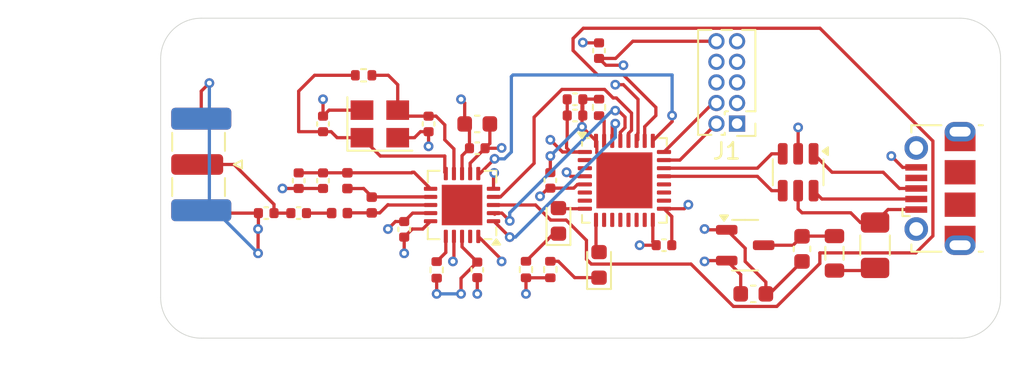
<source format=kicad_pcb>
(kicad_pcb (version 20240108) (generator "pcbnew") (generator_version "8.0")
  (layers (0 "F.Cu" signal) (1 "In1.Cu" power) (2 "In2.Cu" power) (31 "B.Cu" signal) (34 "B.Paste" user) (35 "F.Paste" user) (36 "B.SilkS" user "B.Silkscreen") (37 "F.SilkS" user "F.Silkscreen") (38 "B.Mask" user) (39 "F.Mask" user) (44 "Edge.Cuts" user))
  (net 0 "")
  (net 1 "GND")
  (net 2 "+3.3V")
  (net 3 "Net-(U2-VI)")
  (net 4 "+3V3")
  (net 5 "NRST")
  (net 6 "Net-(U4-DVDD)")
  (net 7 "NRF_XC1")
  (net 8 "NRF_XC2")
  (net 9 "Net-(J3-In)")
  (net 10 "Net-(C15-Pad1)")
  (net 11 "NRF_VDD_PA")
  (net 12 "Net-(D1-A)")
  (net 13 "Net-(D1-K)")
  (net 14 "Net-(D2-A)")
  (net 15 "Net-(D2-K)")
  (net 16 "Net-(F1-Pad2)")
  (net 17 "+5V")
  (net 18 "SWCLK")
  (net 21 "SWDIO")
  (net 28 "USB_CONN_D+")
  (net 31 "USB_CONN_D-")
  (net 34 "NRF_ANT2")
  (net 35 "NRF_ANT1")
  (net 36 "Net-(U1-PH3)")
  (net 37 "Net-(U4-IREF)")
  (net 42 "NRF_IRQ")
  (net 43 "SPI3_!CS")
  (net 45 "SPI3_MISO")
  (net 46 "NRF_CE")
  (net 47 "SPI3_MOSI")
  (net 51 "SPI3_SCK")
  (net 55 "USB_D+")
  (net 58 "USB_D-")
  (footprint "Inductor_SMD:L_0402_1005Metric" (layer "F.Cu") (at 106.5 98.02 90)
    (property "Reference" "L2")
    (property "Value" "8n2")
    (pad "1" smd roundrect (at -0.485 0 90) (size 0.59 0.64) (layers "F.Cu" "F.Paste" "F.Mask") (net 34 "NRF_ANT2"))
    (pad "2" smd roundrect (at 0.485 0 90) (size 0.59 0.64) (layers "F.Cu" "F.Paste" "F.Mask") (net 35 "NRF_ANT1"))
  )
  (footprint "Capacitor_SMD:C_0402_1005Metric" (layer "F.Cu") (at 124.5 100.5 180)
    (property "Reference" "C4")
    (property "Value" "100n")
    (pad "1" smd roundrect (at -0.48 0 180) (size 0.56 0.62) (layers "F.Cu" "F.Paste" "F.Mask") (net 2 "+3.3V"))
    (pad "2" smd roundrect (at 0.48 0 180) (size 0.56 0.62) (layers "F.Cu" "F.Paste" "F.Mask") (net 1 "GND"))
  )
  (footprint "Capacitor_SMD:C_0603_1608Metric" (layer "F.Cu") (at 113 93.02 180)
    (property "Reference" "C11")
    (property "Value" "10u")
    (pad "1" smd roundrect (at -0.775 0 180) (size 0.9 0.95) (layers "F.Cu" "F.Paste" "F.Mask") (net 4 "+3V3"))
    (pad "2" smd roundrect (at 0.775 0 180) (size 0.9 0.95) (layers "F.Cu" "F.Paste" "F.Mask") (net 1 "GND"))
  )
  (footprint "Connector_Coaxial:SMA_Samtec_SMA-J-P-H-ST-EM1_EdgeMount" (layer "F.Cu") (at 95.75 95.52 180)
    (property "Reference" "J3")
    (property "Value" "SMA")
    (pad "1" smd roundrect (at 0 0 270) (size 1.27 3.2) (layers "F.Cu" "F.Mask") (roundrect_rratio 0.1968503937) (net 9 "Net-(J3-In)"))
    (pad "2" smd roundrect (at -0.25 -2.825 270) (size 1.35 3.7) (layers "F.Cu" "F.Mask") (roundrect_rratio 0.1851851852) (net 1 "GND"))
    (pad "2" smd roundrect (at -0.25 -2.825 270) (size 1.35 3.7) (layers "B.Cu" "B.Mask") (roundrect_rratio 0.1851851852) (net 1 "GND"))
    (pad "2" smd roundrect (at -0.25 2.825 270) (size 1.35 3.7) (layers "F.Cu" "F.Mask") (roundrect_rratio 0.1851851852) (net 1 "GND"))
    (pad "2" smd roundrect (at -0.25 2.825 270) (size 1.35 3.7) (layers "B.Cu" "B.Mask") (roundrect_rratio 0.1851851852) (net 1 "GND"))
  )
  (footprint "Capacitor_SMD:C_0402_1005Metric" (layer "F.Cu") (at 100 98.52)
    (property "Reference" "C16")
    (property "Value" "1p")
    (pad "1" smd roundrect (at -0.48 0) (size 0.56 0.62) (layers "F.Cu" "F.Paste" "F.Mask") (net 1 "GND"))
    (pad "2" smd roundrect (at 0.48 0) (size 0.56 0.62) (layers "F.Cu" "F.Paste" "F.Mask") (net 9 "Net-(J3-In)"))
  )
  (footprint "Inductor_SMD:L_0805_2012Metric" (layer "F.Cu") (at 135 101 90)
    (property "Reference" "FB1")
    (property "Value" "100@100MHz")
    (pad "1" smd roundrect (at -1.0625 0 90) (size 0.875 1.2) (layers "F.Cu" "F.Paste" "F.Mask") (net 16 "Net-(F1-Pad2)"))
    (pad "2" smd roundrect (at 1.0625 0 90) (size 0.875 1.2) (layers "F.Cu" "F.Paste" "F.Mask") (net 3 "Net-(U2-VI)"))
  )
  (footprint "Resistor_SMD:R_0402_1005Metric" (layer "F.Cu") (at 110.5 102.02 90)
    (property "Reference" "R4")
    (property "Value" "22K")
    (pad "1" smd roundrect (at -0.51 0 90) (size 0.54 0.64) (layers "F.Cu" "F.Paste" "F.Mask") (net 4 "+3V3"))
    (pad "2" smd roundrect (at 0.51 0 90) (size 0.54 0.64) (layers "F.Cu" "F.Paste" "F.Mask") (net 37 "Net-(U4-IREF)"))
  )
  (footprint "Capacitor_SMD:C_0402_1005Metric" (layer "F.Cu") (at 113 102.02 -90)
    (property "Reference" "C9")
    (property "Value" "10n")
    (pad "1" smd roundrect (at -0.48 0 270) (size 0.56 0.62) (layers "F.Cu" "F.Paste" "F.Mask") (net 4 "+3V3"))
    (pad "2" smd roundrect (at 0.48 0 270) (size 0.56 0.62) (layers "F.Cu" "F.Paste" "F.Mask") (net 1 "GND"))
  )
  (footprint "Capacitor_SMD:C_0402_1005Metric" (layer "F.Cu") (at 119.02 91.5)
    (property "Reference" "C1")
    (property "Value" "1u")
    (pad "1" smd roundrect (at -0.48 0) (size 0.56 0.62) (layers "F.Cu" "F.Paste" "F.Mask") (net 2 "+3.3V"))
    (pad "2" smd roundrect (at 0.48 0) (size 0.56 0.62) (layers "F.Cu" "F.Paste" "F.Mask") (net 1 "GND"))
  )
  (footprint "Crystal:Crystal_SMD_3225-4Pin_3.2x2.5mm" (layer "F.Cu") (at 107 93.02)
    (property "Reference" "Y1")
    (property "Value" "16MHz")
    (pad "1" smd rect (at -1.1 0.85) (size 1.4 1.2) (layers "F.Cu" "F.Paste" "F.Mask") (net 7 "NRF_XC1"))
    (pad "2" smd rect (at 1.1 0.85) (size 1.4 1.2) (layers "F.Cu" "F.Paste" "F.Mask") (net 1 "GND"))
    (pad "3" smd rect (at 1.1 -0.85) (size 1.4 1.2) (layers "F.Cu" "F.Paste" "F.Mask") (net 8 "NRF_XC2"))
    (pad "4" smd rect (at -1.1 -0.85) (size 1.4 1.2) (layers "F.Cu" "F.Paste" "F.Mask") (net 1 "GND"))
  )
  (footprint "Inductor_SMD:L_0402_1005Metric" (layer "F.Cu") (at 105 96.52 90)
    (property "Reference" "L3")
    (property "Value" "2n7")
    (pad "1" smd roundrect (at -0.485 0 90) (size 0.59 0.64) (layers "F.Cu" "F.Paste" "F.Mask") (net 35 "NRF_ANT1"))
    (pad "2" smd roundrect (at 0.485 0 90) (size 0.59 0.64) (layers "F.Cu" "F.Paste" "F.Mask") (net 11 "NRF_VDD_PA"))
  )
  (footprint "Capacitor_SMD:C_0603_1608Metric" (layer "F.Cu") (at 130 103.5)
    (property "Reference" "C6")
    (property "Value" "10u")
    (pad "1" smd roundrect (at -0.775 0) (size 0.9 0.95) (layers "F.Cu" "F.Paste" "F.Mask") (net 4 "+3V3"))
    (pad "2" smd roundrect (at 0.775 0) (size 0.9 0.95) (layers "F.Cu" "F.Paste" "F.Mask") (net 1 "GND"))
  )
  (footprint "Capacitor_SMD:C_0402_1005Metric" (layer "F.Cu") (at 113 94.52 180)
    (property "Reference" "C10")
    (property "Value" "10n")
    (pad "1" smd roundrect (at -0.48 0 180) (size 0.56 0.62) (layers "F.Cu" "F.Paste" "F.Mask") (net 4 "+3V3"))
    (pad "2" smd roundrect (at 0.48 0 180) (size 0.56 0.62) (layers "F.Cu" "F.Paste" "F.Mask") (net 1 "GND"))
  )
  (footprint "Connector_USB:USB_Micro-B_Molex-105017-0001" (layer "F.Cu") (at 141.5 97 90)
    (property "Reference" "J2")
    (property "Value" "USB_B_Micro")
    (pad "1" smd rect (at -1.3 -1.4625 90) (size 0.4 1.35) (layers "F.Cu" "F.Paste" "F.Mask") (net 17 "+5V"))
    (pad "2" smd rect (at -0.65 -1.4625 90) (size 0.4 1.35) (layers "F.Cu" "F.Paste" "F.Mask") (net 31 "USB_CONN_D-"))
    (pad "3" smd rect (at 0 -1.4625 90) (size 0.4 1.35) (layers "F.Cu" "F.Paste" "F.Mask") (net 28 "USB_CONN_D+"))
    (pad "4" smd rect (at 0.65 -1.4625 90) (size 0.4 1.35) (layers "F.Cu" "F.Paste" "F.Mask"))
    (pad "5" smd rect (at 1.3 -1.4625 90) (size 0.4 1.35) (layers "F.Cu" "F.Paste" "F.Mask") (net 1 "GND"))
    (pad "6" thru_hole oval (at -3.5 1.2375 270) (size 1.2 1.9) (drill oval 0.6 1.3) (layers "*.Cu" "*.Mask"))
    (pad "6" smd rect (at -2.9 1.2375 90) (size 1.2 1.9) (layers "F.Cu" "F.Mask"))
    (pad "6" thru_hole circle (at -2.5 -1.4625 90) (size 1.45 1.45) (drill 0.85) (layers "*.Cu" "*.Mask"))
    (pad "6" smd rect (at -1 1.2375 90) (size 1.5 1.9) (layers "F.Cu" "F.Paste" "F.Mask"))
    (pad "6" smd rect (at 1 1.2375 90) (size 1.5 1.9) (layers "F.Cu" "F.Paste" "F.Mask"))
    (pad "6" thru_hole circle (at 2.5 -1.4625 90) (size 1.45 1.45) (drill 0.85) (layers "*.Cu" "*.Mask"))
    (pad "6" smd rect (at 2.9 1.2375 90) (size 1.2 1.9) (layers "F.Cu" "F.Mask"))
    (pad "6" thru_hole oval (at 3.5 1.2375 90) (size 1.2 1.9) (drill oval 0.6 1.3) (layers "*.Cu" "*.Mask"))
  )
  (footprint "Resistor_SMD:R_0402_1005Metric" (layer "F.Cu") (at 117.5 102 -90)
    (property "Reference" "R2")
    (property "Value" "2k2")
    (pad "1" smd roundrect (at -0.51 0 270) (size 0.54 0.64) (layers "F.Cu" "F.Paste" "F.Mask") (net 13 "Net-(D1-K)"))
    (pad "2" smd roundrect (at 0.51 0 270) (size 0.54 0.64) (layers "F.Cu" "F.Paste" "F.Mask") (net 1 "GND"))
  )
  (footprint "Capacitor_SMD:C_0402_1005Metric" (layer "F.Cu") (at 120.5 88.5 90)
    (property "Reference" "C7")
    (property "Value" "100n")
    (pad "1" smd roundrect (at -0.48 0 90) (size 0.56 0.62) (layers "F.Cu" "F.Paste" "F.Mask") (net 5 "NRST"))
    (pad "2" smd roundrect (at 0.48 0 90) (size 0.56 0.62) (layers "F.Cu" "F.Paste" "F.Mask") (net 1 "GND"))
  )
  (footprint "Resistor_SMD:R_0402_1005Metric" (layer "F.Cu") (at 106 90.02)
    (property "Reference" "R5")
    (property "Value" "1M")
    (pad "1" smd roundrect (at -0.51 0) (size 0.54 0.64) (layers "F.Cu" "F.Paste" "F.Mask") (net 7 "NRF_XC1"))
    (pad "2" smd roundrect (at 0.51 0) (size 0.54 0.64) (layers "F.Cu" "F.Paste" "F.Mask") (net 8 "NRF_XC2"))
  )
  (footprint "Resistor_SMD:R_0402_1005Metric" (layer "F.Cu") (at 116 102 -90)
    (property "Reference" "R3")
    (property "Value" "2k2")
    (pad "1" smd roundrect (at -0.51 0 270) (size 0.54 0.64) (layers "F.Cu" "F.Paste" "F.Mask") (net 15 "Net-(D2-K)"))
    (pad "2" smd roundrect (at 0.51 0 270) (size 0.54 0.64) (layers "F.Cu" "F.Paste" "F.Mask") (net 1 "GND"))
  )
  (footprint "LED_SMD:LED_0603_1608Metric" (layer "F.Cu") (at 118 99 90)
    (property "Reference" "D2")
    (property "Value" "YE")
    (pad "1" smd roundrect (at -0.7875 0 90) (size 0.875 0.95) (layers "F.Cu" "F.Paste" "F.Mask") (net 15 "Net-(D2-K)"))
    (pad "2" smd roundrect (at 0.7875 0 90) (size 0.875 0.95) (layers "F.Cu" "F.Paste" "F.Mask") (net 14 "Net-(D2-A)"))
  )
  (footprint "Package_TO_SOT_SMD:SOT-23-6" (layer "F.Cu") (at 132.7625 96 -90)
    (property "Reference" "U3")
    (property "Value" "USBLC6-2SC6")
    (pad "1" smd roundrect (at -1.1375 -0.95 270) (size 1.325 0.6) (layers "F.Cu" "F.Paste" "F.Mask") (net 28 "USB_CONN_D+"))
    (pad "2" smd roundrect (at -1.1375 0 270) (size 1.325 0.6) (layers "F.Cu" "F.Paste" "F.Mask") (net 1 "GND"))
    (pad "3" smd roundrect (at -1.1375 0.95 270) (size 1.325 0.6) (layers "F.Cu" "F.Paste" "F.Mask") (net 55 "USB_D+"))
    (pad "4" smd roundrect (at 1.1375 0.95 270) (size 1.325 0.6) (layers "F.Cu" "F.Paste" "F.Mask") (net 58 "USB_D-"))
    (pad "5" smd roundrect (at 1.1375 0 270) (size 1.325 0.6) (layers "F.Cu" "F.Paste" "F.Mask") (net 17 "+5V"))
    (pad "6" smd roundrect (at 1.1375 -0.95 270) (size 1.325 0.6) (layers "F.Cu" "F.Paste" "F.Mask") (net 31 "USB_CONN_D-"))
  )
  (footprint "Capacitor_SMD:C_0402_1005Metric" (layer "F.Cu") (at 108.5 99.52 90)
    (property "Reference" "C8")
    (property "Value" "10n")
    (pad "1" smd roundrect (at -0.48 0 90) (size 0.56 0.62) (layers "F.Cu" "F.Paste" "F.Mask") (net 4 "+3V3"))
    (pad "2" smd roundrect (at 0.48 0 90) (size 0.56 0.62) (layers "F.Cu" "F.Paste" "F.Mask") (net 1 "GND"))
  )
  (footprint "LED_SMD:LED_0603_1608Metric" (layer "F.Cu") (at 120.5 101.7125 90)
    (property "Reference" "D1")
    (property "Value" "GR")
    (pad "1" smd roundrect (at -0.7875 0 90) (size 0.875 0.95) (layers "F.Cu" "F.Paste" "F.Mask") (net 13 "Net-(D1-K)"))
    (pad "2" smd roundrect (at 0.7875 0 90) (size 0.875 0.95) (layers "F.Cu" "F.Paste" "F.Mask") (net 12 "Net-(D1-A)"))
  )
  (footprint "Capacitor_SMD:C_0402_1005Metric" (layer "F.Cu") (at 117.5 96.5 90)
    (property "Reference" "C3")
    (property "Value" "100n")
    (pad "1" smd roundrect (at -0.48 0 90) (size 0.56 0.62) (layers "F.Cu" "F.Paste" "F.Mask") (net 2 "+3.3V"))
    (pad "2" smd roundrect (at 0.48 0 90) (size 0.56 0.62) (layers "F.Cu" "F.Paste" "F.Mask") (net 1 "GND"))
  )
  (footprint "Package_DFN_QFN:QFN-32-1EP_5x5mm_P0.5mm_EP3.45x3.45mm" (layer "F.Cu") (at 122.0625 96.5)
    (property "Reference" "U1")
    (property "Value" "STM32L432KBUx")
    (pad "1" smd roundrect (at -2.4375 -1.75) (size 0.875 0.25) (layers "F.Cu" "F.Paste" "F.Mask") (net 2 "+3.3V"))
    (pad "2" smd roundrect (at -2.4375 -1.25) (size 0.875 0.25) (layers "F.Cu" "F.Paste" "F.Mask"))
    (pad "3" smd roundrect (at -2.4375 -0.75) (size 0.875 0.25) (layers "F.Cu" "F.Paste" "F.Mask"))
    (pad "4" smd roundrect (at -2.4375 -0.25) (size 0.875 0.25) (layers "F.Cu" "F.Paste" "F.Mask") (net 5 "NRST"))
    (pad "5" smd roundrect (at -2.4375 0.25) (size 0.875 0.25) (layers "F.Cu" "F.Paste" "F.Mask") (net 2 "+3.3V"))
    (pad "6" smd roundrect (at -2.4375 0.75) (size 0.875 0.25) (layers "F.Cu" "F.Paste" "F.Mask"))
    (pad "7" smd roundrect (at -2.4375 1.25) (size 0.875 0.25) (layers "F.Cu" "F.Paste" "F.Mask"))
    (pad "8" smd roundrect (at -2.4375 1.75) (size 0.875 0.25) (layers "F.Cu" "F.Paste" "F.Mask") (net 14 "Net-(D2-A)"))
    (pad "9" smd roundrect (at -1.75 2.4375) (size 0.25 0.875) (layers "F.Cu" "F.Paste" "F.Mask") (net 12 "Net-(D1-A)"))
    (pad "10" smd roundrect (at -1.25 2.4375) (size 0.25 0.875) (layers "F.Cu" "F.Paste" "F.Mask"))
    (pad "11" smd roundrect (at -0.75 2.4375) (size 0.25 0.875) (layers "F.Cu" "F.Paste" "F.Mask"))
    (pad "12" smd roundrect (at -0.25 2.4375) (size 0.25 0.875) (layers "F.Cu" "F.Paste" "F.Mask"))
    (pad "13" smd roundrect (at 0.25 2.4375) (size 0.25 0.875) (layers "F.Cu" "F.Paste" "F.Mask"))
    (pad "14" smd roundrect (at 0.75 2.4375) (size 0.25 0.875) (layers "F.Cu" "F.Paste" "F.Mask"))
    (pad "15" smd roundrect (at 1.25 2.4375) (size 0.25 0.875) (layers "F.Cu" "F.Paste" "F.Mask"))
    (pad "16" smd roundrect (at 1.75 2.4375) (size 0.25 0.875) (layers "F.Cu" "F.Paste" "F.Mask") (net 1 "GND"))
    (pad "17" smd roundrect (at 2.4375 1.75) (size 0.875 0.25) (layers "F.Cu" "F.Paste" "F.Mask") (net 2 "+3.3V"))
    (pad "18" smd roundrect (at 2.4375 1.25) (size 0.875 0.25) (layers "F.Cu" "F.Paste" "F.Mask"))
    (pad "19" smd roundrect (at 2.4375 0.75) (size 0.875 0.25) (layers "F.Cu" "F.Paste" "F.Mask"))
    (pad "20" smd roundrect (at 2.4375 0.25) (size 0.875 0.25) (layers "F.Cu" "F.Paste" "F.Mask"))
    (pad "21" smd roundrect (at 2.4375 -0.25) (size 0.875 0.25) (layers "F.Cu" "F.Paste" "F.Mask") (net 58 "USB_D-"))
    (pad "22" smd roundrect (at 2.4375 -0.75) (size 0.875 0.25) (layers "F.Cu" "F.Paste" "F.Mask") (net 55 "USB_D+"))
    (pad "23" smd roundrect (at 2.4375 -1.25) (size 0.875 0.25) (layers "F.Cu" "F.Paste" "F.Mask") (net 21 "SWDIO"))
    (pad "24" smd roundrect (at 2.4375 -1.75) (size 0.875 0.25) (layers "F.Cu" "F.Paste" "F.Mask") (net 18 "SWCLK"))
    (pad "25" smd roundrect (at 1.75 -2.4375) (size 0.25 0.875) (layers "F.Cu" "F.Paste" "F.Mask") (net 42 "NRF_IRQ"))
    (pad "26" smd roundrect (at 1.25 -2.4375) (size 0.25 0.875) (layers "F.Cu" "F.Paste" "F.Mask") (net 51 "SPI3_SCK"))
    (pad "27" smd roundrect (at 0.75 -2.4375) (size 0.25 0.875) (layers "F.Cu" "F.Paste" "F.Mask") (net 45 "SPI3_MISO"))
    (pad "28" smd roundrect (at 0.25 -2.4375) (size 0.25 0.875) (layers "F.Cu" "F.Paste" "F.Mask") (net 47 "SPI3_MOSI"))
    (pad "29" smd roundrect (at -0.25 -2.4375) (size 0.25 0.875) (layers "F.Cu" "F.Paste" "F.Mask") (net 43 "SPI3_!CS"))
    (pad "30" smd roundrect (at -0.75 -2.4375) (size 0.25 0.875) (layers "F.Cu" "F.Paste" "F.Mask") (net 46 "NRF_CE"))
    (pad "31" smd roundrect (at -1.25 -2.4375) (size 0.25 0.875) (layers "F.Cu" "F.Paste" "F.Mask") (net 36 "Net-(U1-PH3)"))
    (pad "32" smd roundrect (at -1.75 -2.4375) (size 0.25 0.875) (layers "F.Cu" "F.Paste" "F.Mask") (net 1 "GND"))
    (pad "33" smd rect (at 0 0) (size 3.45 3.45) (property pad_prop_heatsink) (layers "F.Cu" "F.Mask") (net 1 "GND"))
  )
  (footprint "Capacitor_SMD:C_0603_1608Metric" (layer "F.Cu") (at 133 100.725 -90)
    (property "Reference" "C5")
    (property "Value" "10u")
    (pad "1" smd roundrect (at -0.775 0 270) (size 0.9 0.95) (layers "F.Cu" "F.Paste" "F.Mask") (net 3 "Net-(U2-VI)"))
    (pad "2" smd roundrect (at 0.775 0 270) (size 0.9 0.95) (layers "F.Cu" "F.Paste" "F.Mask") (net 1 "GND"))
  )
  (footprint "Capacitor_SMD:C_0402_1005Metric" (layer "F.Cu") (at 119.02 92.5)
    (property "Reference" "C2")
    (property "Value" "100n")
    (pad "1" smd roundrect (at -0.48 0) (size 0.56 0.62) (layers "F.Cu" "F.Paste" "F.Mask") (net 2 "+3.3V"))
    (pad "2" smd roundrect (at 0.48 0) (size 0.56 0.62) (layers "F.Cu" "F.Paste" "F.Mask") (net 1 "GND"))
  )
  (footprint "Capacitor_SMD:C_0402_1005Metric" (layer "F.Cu") (at 103.5 96.52 90)
    (property "Reference" "C18")
    (property "Value" "4p7")
    (pad "1" smd roundrect (at -0.48 0 90) (size 0.56 0.62) (layers "F.Cu" "F.Paste" "F.Mask") (net 1 "GND"))
    (pad "2" smd roundrect (at 0.48 0 90) (size 0.56 0.62) (layers "F.Cu" "F.Paste" "F.Mask") (net 11 "NRF_VDD_PA"))
  )
  (footprint "Capacitor_SMD:C_0402_1005Metric" (layer "F.Cu") (at 110 93.02 -90)
    (property "Reference" "C14")
    (property "Value" "12p")
    (pad "1" smd roundrect (at -0.48 0 270) (size 0.56 0.62) (layers "F.Cu" "F.Paste" "F.Mask") (net 8 "NRF_XC2"))
    (pad "2" smd roundrect (at 0.48 0 270) (size 0.56 0.62) (layers "F.Cu" "F.Paste" "F.Mask") (net 1 "GND"))
  )
  (footprint "Connector_PinHeader_1.27mm:PinHeader_2x05_P1.27mm_Vertical" (layer "F.Cu") (at 129 93 180)
    (property "Reference" "J1" (at 0.635 -1.695 360) (layer "F.SilkS"))
    (property "Value" "ARM 10 Pin")
    (pad "1" thru_hole rect (at 0 0 180) (size 1 1) (drill 0.65) (layers "*.Cu" "*.Mask") (net 4 "+3V3"))
    (pad "2" thru_hole oval (at 1.27 0 180) (size 1 1) (drill 0.65) (layers "*.Cu" "*.Mask") (net 21 "SWDIO"))
    (pad "3" thru_hole oval (at 0 1.27 180) (size 1 1) (drill 0.65) (layers "*.Cu" "*.Mask") (net 1 "GND"))
    (pad "4" thru_hole oval (at 1.27 1.27 180) (size 1 1) (drill 0.65) (layers "*.Cu" "*.Mask") (net 18 "SWCLK"))
    (pad "5" thru_hole oval (at 0 2.54 180) (size 1 1) (drill 0.65) (layers "*.Cu" "*.Mask") (net 1 "GND"))
    (pad "6" thru_hole oval (at 1.27 2.54 180) (size 1 1) (drill 0.65) (layers "*.Cu" "*.Mask"))
    (pad "7" thru_hole oval (at 0 3.81 180) (size 1 1) (drill 0.65) (layers "*.Cu" "*.Mask"))
    (pad "8" thru_hole oval (at 1.27 3.81 180) (size 1 1) (drill 0.65) (layers "*.Cu" "*.Mask"))
    (pad "9" thru_hole oval (at 0 5.08 180) (size 1 1) (drill 0.65) (layers "*.Cu" "*.Mask") (net 1 "GND"))
    (pad "10" thru_hole oval (at 1.27 5.08 180) (size 1 1) (drill 0.65) (layers "*.Cu" "*.Mask") (net 5 "NRST"))
  )
  (footprint "Capacitor_SMD:C_0402_1005Metric" (layer "F.Cu") (at 103.5 93.02 90)
    (property "Reference" "C13")
    (property "Value" "12p")
    (pad "1" smd roundrect (at -0.48 0 90) (size 0.56 0.62) (layers "F.Cu" "F.Paste" "F.Mask") (net 7 "NRF_XC1"))
    (pad "2" smd roundrect (at 0.48 0 90) (size 0.56 0.62) (layers "F.Cu" "F.Paste" "F.Mask") (net 1 "GND"))
  )
  (footprint "Fuse:Fuse_1206_3216Metric" (layer "F.Cu") (at 137.5 100.5 -90)
    (property "Reference" "F1")
    (property "Value" "100mA")
    (pad "1" smd roundrect (at -1.4 0 270) (size 1.25 1.75) (layers "F.Cu" "F.Paste" "F.Mask") (roundrect_rratio 0.2) (net 17 "+5V"))
    (pad "2" smd roundrect (at 1.4 0 270) (size 1.25 1.75) (layers "F.Cu" "F.Paste" "F.Mask") (roundrect_rratio 0.2) (net 16 "Net-(F1-Pad2)"))
  )
  (footprint "Resistor_SMD:R_0402_1005Metric" (layer "F.Cu") (at 120.5 92 90)
    (property "Reference" "R1")
    (property "Value" "10k")
    (pad "1" smd roundrect (at -0.51 0 90) (size 0.54 0.64) (layers "F.Cu" "F.Paste" "F.Mask") (net 36 "Net-(U1-PH3)"))
    (pad "2" smd roundrect (at 0.51 0 90) (size 0.54 0.64) (layers "F.Cu" "F.Paste" "F.Mask") (net 1 "GND"))
  )
  (footprint "Package_TO_SOT_SMD:SOT-23-3" (layer "F.Cu") (at 129.5 100.5)
    (property "Reference" "U2")
    (property "Value" "XC6206PxxxMR")
    (pad "1" smd roundrect (at -1.1375 -0.95) (size 1.325 0.6) (layers "F.Cu" "F.Paste" "F.Mask") (net 1 "GND"))
    (pad "2" smd roundrect (at -1.1375 0.95) (size 1.325 0.6) (layers "F.Cu" "F.Paste" "F.Mask") (net 4 "+3V3"))
    (pad "3" smd roundrect (at 1.1375 0) (size 1.325 0.6) (layers "F.Cu" "F.Paste" "F.Mask") (net 3 "Net-(U2-VI)"))
  )
  (footprint "Package_DFN_QFN:QFN-20-1EP_4x4mm_P0.5mm_EP2.5x2.5mm" (layer "F.Cu") (at 112.0625 98.02 180)
    (property "Reference" "U4")
    (property "Value" "nRF24L01P")
    (pad "1" smd roundrect (at -1.9375 -1 180) (size 0.825 0.25) (layers "F.Cu" "F.Paste" "F.Mask") (net 46 "NRF_CE"))
    (pad "2" smd roundrect (at -1.9375 -0.5 180) (size 0.825 0.25) (layers "F.Cu" "F.Paste" "F.Mask") (net 43 "SPI3_!CS"))
    (pad "3" smd roundrect (at -1.9375 0 180) (size 0.825 0.25) (layers "F.Cu" "F.Paste" "F.Mask") (net 51 "SPI3_SCK"))
    (pad "4" smd roundrect (at -1.9375 0.5 180) (size 0.825 0.25) (layers "F.Cu" "F.Paste" "F.Mask") (net 47 "SPI3_MOSI"))
    (pad "5" smd roundrect (at -1.9375 1 180) (size 0.825 0.25) (layers "F.Cu" "F.Paste" "F.Mask") (net 45 "SPI3_MISO"))
    (pad "6" smd roundrect (at -1 1.9375 180) (size 0.25 0.825) (layers "F.Cu" "F.Paste" "F.Mask") (net 42 "NRF_IRQ"))
    (pad "7" smd roundrect (at -0.5 1.9375 180) (size 0.25 0.825) (layers "F.Cu" "F.Paste" "F.Mask") (net 4 "+3V3"))
    (pad "8" smd roundrect (at 0 1.9375 180) (size 0.25 0.825) (layers "F.Cu" "F.Paste" "F.Mask") (net 1 "GND"))
    (pad "9" smd roundrect (at 0.5 1.9375 180) (size 0.25 0.825) (layers "F.Cu" "F.Paste" "F.Mask") (net 8 "NRF_XC2"))
    (pad "10" smd roundrect (at 1 1.9375 180) (size 0.25 0.825) (layers "F.Cu" "F.Paste" "F.Mask") (net 7 "NRF_XC1"))
    (pad "11" smd roundrect (at 1.9375 1 180) (size 0.825 0.25) (layers "F.Cu" "F.Paste" "F.Mask") (net 11 "NRF_VDD_PA"))
    (pad "12" smd roundrect (at 1.9375 0.5 180) (size 0.825 0.25) (layers "F.Cu" "F.Paste" "F.Mask") (net 35 "NRF_ANT1"))
    (pad "13" smd roundrect (at 1.9375 0 180) (size 0.825 0.25) (layers "F.Cu" "F.Paste" "F.Mask") (net 34 "NRF_ANT2"))
    (pad "14" smd roundrect (at 1.9375 -0.5 180) (size 0.825 0.25) (layers "F.Cu" "F.Paste" "F.Mask") (net 1 "GND"))
    (pad "15" smd roundrect (at 1.9375 -1 180) (size 0.825 0.25) (layers "F.Cu" "F.Paste" "F.Mask") (net 4 "+3V3"))
    (pad "16" smd roundrect (at 1 -1.9375 180) (size 0.25 0.825) (layers "F.Cu" "F.Paste" "F.Mask") (net 37 "Net-(U4-IREF)"))
    (pad "17" smd roundrect (at 0.5 -1.9375 180) (size 0.25 0.825) (layers "F.Cu" "F.Paste" "F.Mask") (net 1 "GND"))
    (pad "18" smd roundrect (at 0 -1.9375 180) (size 0.25 0.825) (layers "F.Cu" "F.Paste" "F.Mask") (net 4 "+3V3"))
    (pad "19" smd roundrect (at -0.5 -1.9375 180) (size 0.25 0.825) (layers "F.Cu" "F.Paste" "F.Mask") (net 6 "Net-(U4-DVDD)"))
    (pad "20" smd roundrect (at -1 -1.9375 180) (size 0.25 0.825) (layers "F.Cu" "F.Paste" "F.Mask") (net 1 "GND"))
    (pad "21" smd rect (at 0 0 180) (size 2.5 2.5) (property pad_prop_heatsink) (layers "F.Cu" "F.Mask"))
  )
  (footprint "Capacitor_SMD:C_0402_1005Metric" (layer "F.Cu") (at 102 98.52 180)
    (property "Reference" "C15")
    (property "Value" "1p5")
    (pad "1" smd roundrect (at -0.48 0 180) (size 0.56 0.62) (layers "F.Cu" "F.Paste" "F.Mask") (net 10 "Net-(C15-Pad1)"))
    (pad "2" smd roundrect (at 0.48 0 180) (size 0.56 0.62) (layers "F.Cu" "F.Paste" "F.Mask") (net 9 "Net-(J3-In)"))
  )
  (footprint "Inductor_SMD:L_0402_1005Metric" (layer "F.Cu") (at 104.515 98.52 180)
    (property "Reference" "L1")
    (property "Value" "3n9")
    (pad "1" smd roundrect (at -0.485 0 180) (size 0.59 0.64) (layers "F.Cu" "F.Paste" "F.Mask") (net 34 "NRF_ANT2"))
    (pad "2" smd roundrect (at 0.485 0 180) (size 0.59 0.64) (layers "F.Cu" "F.Paste" "F.Mask") (net 10 "Net-(C15-Pad1)"))
  )
  (footprint "Capacitor_SMD:C_0402_1005Metric" (layer "F.Cu") (at 102 96.52 90)
    (property "Reference" "C17")
    (property "Value" "2n2")
    (pad "1" smd roundrect (at -0.48 0 90) (size 0.56 0.62) (layers "F.Cu" "F.Paste" "F.Mask") (net 1 "GND"))
    (pad "2" smd roundrect (at 0.48 0 90) (size 0.56 0.62) (layers "F.Cu" "F.Paste" "F.Mask") (net 11 "NRF_VDD_PA"))
  )
  (gr_line (start 145.232233 89) (end 145.232233 103.732233) (stroke (width 0.05)) (layer "Edge.Cuts"))
  (gr_arc (start 142.732233 86.5) (mid 144.5 87.232233) (end 145.232233 89) (stroke (width 0.05)) (layer "Edge.Cuts"))
  (gr_arc (start 93.5 89) (mid 94.232233 87.232233) (end 96 86.5) (stroke (width 0.05)) (layer "Edge.Cuts"))
  (gr_arc (start 96 106.232233) (mid 94.232233 105.5) (end 93.5 103.732233) (stroke (width 0.05)) (layer "Edge.Cuts"))
  (gr_line (start 142.732233 106.232233) (end 142.232233 106.232233) (stroke (width 0.05)) (layer "Edge.Cuts"))
  (gr_line (start 93.5 89) (end 93.5 103.732233) (stroke (width 0.05)) (layer "Edge.Cuts"))
  (gr_arc (start 145.232233 103.732233) (mid 144.5 105.5) (end 142.732233 106.232233) (stroke (width 0.05)) (layer "Edge.Cuts"))
  (gr_line (start 96 106.232233) (end 142.232233 106.232233) (stroke (width 0.05)) (layer "Edge.Cuts"))
  (gr_line (start 96 86.5) (end 142.732233 86.5) (stroke (width 0.05)) (layer "Edge.Cuts"))
  (segment (start 112.225 91.725) (end 112 91.5) (width 0.2) (layer "F.Cu") (net 1))
  (segment (start 130.775 102.775) (end 130.775 103.5) (width 0.2) (layer "F.Cu") (net 1))
  (segment (start 103.5 92.54) (end 103.5 91.5) (width 0.2) (layer "F.Cu") (net 1))
  (segment (start 120.5 88.02) (end 119.52 88.02) (width 0.2) (layer "F.Cu") (net 1))
  (segment (start 96.175 98.52) (end 96 98.345) (width 0.2) (layer "F.Cu") (net 1))
  (segment (start 108.5 99.04) (end 107.96 99.04) (width 0.2) (layer "F.Cu") (net 1))
  (segment (start 103.87 92.17) (end 103.5 92.54) (width 0.2) (layer "F.Cu") (net 1))
  (segment (start 128.3625 99.55) (end 129.5 100.6875) (width 0.2) (layer "F.Cu") (net 1))
  (segment (start 115.99 102.5) (end 116 102.51) (width 0.2) (layer "F.Cu") (net 1))
  (segment (start 96 92.695) (end 96 91) (width 0.2) (layer "F.Cu") (net 1))
  (segment (start 105.9 92.17) (end 103.87 92.17) (width 0.2) (layer "F.Cu") (net 1))
  (segment (start 116 102.51) (end 116 103.5) (width 0.2) (layer "F.Cu") (net 1))
  (segment (start 112.0625 94.9775) (end 112.0625 96.0825) (width 0.2) (layer "F.Cu") (net 1))
  (segment (start 128.3625 99.55) (end 127.05 99.55) (width 0.2) (layer "F.Cu") (net 1))
  (segment (start 99.52 99.48) (end 99.5 99.5) (width 0.2) (layer "F.Cu") (net 1))
  (segment (start 139.2 95.7) (end 138.5 95) (width 0.2) (layer "F.Cu") (net 1))
  (segment (start 124.02 100.5) (end 123 100.5) (width 0.2) (layer "F.Cu") (net 1))
  (segment (start 111.5625 101.4375) (end 111.5 101.5) (width 0.2) (layer "F.Cu") (net 1))
  (segment (start 119.52 88.02) (end 119.5 88) (width 0.2) (layer "F.Cu") (net 1))
  (segment (start 140.0375 95.7) (end 139.2 95.7) (width 0.2) (layer "F.Cu") (net 1))
  (segment (start 99.5 99.5) (end 99.5 101) (width 0.2) (layer "F.Cu") (net 1))
  (segment (start 110 93.5) (end 110 94.4) (width 0.2) (layer "F.Cu") (net 1))
  (segment (start 129.5 100.6875) (end 129.5 101.5) (width 0.2) (layer "F.Cu") (net 1))
  (segment (start 111.5625 99.9575) (end 111.5625 101.4375) (width 0.2) (layer "F.Cu") (net 1))
  (segment (start 110 93.5) (end 109.5 93.5) (width 0.2) (layer "F.Cu") (net 1))
  (segment (start 120.5 91.49) (end 119.51 91.49) (width 0.2) (layer "F.Cu") (net 1))
  (segment (start 119.5 93.25) (end 120.3125 94.0625) (width 0.2) (layer "F.Cu") (net 1))
  (segment (start 113.0625 99.9575) (end 114.5 101.395) (width 0.2) (layer "F.Cu") (net 1))
  (segment (start 120.3625 94.8) (end 122.0625 96.5) (width 0.2) (layer "F.Cu") (net 1))
  (segment (start 103.5 97) (end 102 97) (width 0.2) (layer "F.Cu") (net 1))
  (segment (start 109.02 98.52) (end 110.125 98.52) (width 0.2) (layer "F.Cu") (net 1))
  (segment (start 119.51 91.49) (end 119.5 91.5) (width 0.2) (layer "F.Cu") (net 1))
  (segment (start 120.3625 94.1125) (end 120.3625 94.8) (width 0.2) (layer "F.Cu") (net 1))
  (segment (start 123.8125 98.9375) (end 123.8125 100.2925) (width 0.2) (layer "F.Cu") (net 1))
  (segment (start 102 97) (end 101 97) (width 0.2) (layer "F.Cu") (net 1))
  (segment (start 114.5 101.395) (end 114.5 101.5) (width 0.2) (layer "F.Cu") (net 1))
  (segment (start 99.52 98.52) (end 96.175 98.52) (width 0.2) (layer "F.Cu") (net 1))
  (segment (start 119.5 92.5) (end 119.5 91.5) (width 0.2) (layer "F.Cu") (net 1))
  (segment (start 129.5 101.5) (end 130.775 102.775) (width 0.2) (layer "F.Cu") (net 1))
  (segment (start 108.5 99.04) (end 109.02 98.52) (width 0.2) (layer "F.Cu") (net 1))
  (segment (start 112.52 93.315) (end 112.225 93.02) (width 0.2) (layer "F.Cu") (net 1))
  (segment (start 132.7625 94.8625) (end 132.7625 93.2375) (width 0.2) (layer "F.Cu") (net 1))
  (segment (start 96 91) (end 96.5 90.5) (width 0.2) (layer "F.Cu") (net 1))
  (segment (start 116 102.51) (end 117.5 102.51) (width 0.2) (layer "F.Cu") (net 1))
  (segment (start 123.8125 100.2925) (end 124.02 100.5) (width 0.2) (layer "F.Cu") (net 1))
  (segment (start 112.52 94.52) (end 112.52 93.315) (width 0.2) (layer "F.Cu") (net 1))
  (segment (start 119.450735 93.200735) (end 119.450735 91.549265) (width 0.2) (layer "F.Cu") (net 1))
  (segment (start 133 101.5) (end 131 103.5) (width 0.2) (layer "F.Cu") (net 1))
  (segment (start 112.225 93.02) (end 112.225 91.725) (width 0.2) (layer "F.Cu") (net 1))
  (segment (start 109.5 93.5) (end 109.13 93.87) (width 0.2) (layer "F.Cu") (net 1))
  (segment (start 139.7 95.7) (end 140.0375 95.7) (width 0.2) (layer "F.Cu") (net 1))
  (segment (start 127.05 99.55) (end 127 99.5) (width 0.2) (layer "F.Cu") (net 1))
  (segment (start 107.96 99.04) (end 107.5 99.5) (width 0.2) (layer "F.Cu") (net 1))
  (segment (start 99.52 98.52) (end 99.52 99.48) (width 0.2) (layer "F.Cu") (net 1))
  (segment (start 131 103.5) (end 130.775 103.5) (width 0.2) (layer "F.Cu") (net 1))
  (segment (start 120.3125 94.0625) (end 120.3625 94.1125) (width 0.2) (layer "F.Cu") (net 1))
  (segment (start 119.450735 91.549265) (end 119.5 91.5) (width 0.2) (layer "F.Cu") (net 1))
  (segment (start 117.5 96.02) (end 117.5 95) (width 0.2) (layer "F.Cu") (net 1))
  (segment (start 109.13 93.87) (end 108.1 93.87) (width 0.2) (layer "F.Cu") (net 1))
  (segment (start 112.52 94.52) (end 112.0625 94.9775) (width 0.2) (layer "F.Cu") (net 1))
  (segment (start 119.450735 92.549265) (end 119.5 92.5) (width 0.2) (layer "F.Cu") (net 1))
  (segment (start 113 102.5) (end 113 103.5) (width 0.2) (layer "F.Cu") (net 1))
  (via (at 110 94.4) (size 0.6) (drill 0.3) (layers "F.Cu" "B.Cu") (net 1))
  (via (at 112 91.5) (size 0.6) (drill 0.3) (layers "F.Cu" "B.Cu") (net 1))
  (via (at 96.5 90.5) (size 0.6) (drill 0.3) (layers "F.Cu" "B.Cu") (net 1))
  (via (at 113 103.5) (size 0.6) (drill 0.3) (layers "F.Cu" "B.Cu") (net 1))
  (via (at 111.5 101.5) (size 0.6) (drill 0.3) (layers "F.Cu" "B.Cu") (net 1))
  (via (at 116 103.5) (size 0.6) (drill 0.3) (layers "F.Cu" "B.Cu") (net 1))
  (via (at 101 97) (size 0.6) (drill 0.3) (layers "F.Cu" "B.Cu") (net 1))
  (via (at 99.5 99.5) (size 0.6) (drill 0.3) (layers "F.Cu" "B.Cu") (net 1))
  (via (at 123 100.5) (size 0.6) (drill 0.3) (layers "F.Cu" "B.Cu") (net 1))
  (via (at 138.5 95) (size 0.6) (drill 0.3) (layers "F.Cu" "B.Cu") (net 1))
  (via (at 114.5 101.5) (size 0.6) (drill 0.3) (layers "F.Cu" "B.Cu") (net 1))
  (via (at 117.5 95) (size 0.6) (drill 0.3) (layers "F.Cu" "B.Cu") (net 1))
  (via (at 132.7625 93.2375) (size 0.6) (drill 0.3) (layers "F.Cu" "B.Cu") (net 1))
  (via (at 107.5 99.5) (size 0.6) (drill 0.3) (layers "F.Cu" "B.Cu") (net 1))
  (via (at 119.450735 93.200735) (size 0.6) (drill 0.3) (layers "F.Cu" "B.Cu") (net 1))
  (via (at 119.5 88) (size 0.6) (drill 0.3) (layers "F.Cu" "B.Cu") (net 1))
  (via (at 103.5 91.5) (size 0.6) (drill 0.3) (layers "F.Cu" "B.Cu") (net 1))
  (via (at 99.5 101) (size 0.6) (drill 0.3) (layers "F.Cu" "B.Cu") (net 1))
  (via (at 127 99.5) (size 0.6) (drill 0.3) (layers "F.Cu" "B.Cu") (net 1))
  (segment (start 117.5 95) (end 119.299265 93.200735) (width 0.2) (layer "B.Cu") (net 1))
  (segment (start 96.5 98) (end 99.5 101) (width 0.2) (layer "B.Cu") (net 1))
  (segment (start 119.299265 93.200735) (end 119.450735 93.200735) (width 0.2) (layer "B.Cu") (net 1))
  (segment (start 96.5 90.5) (end 96.5 98) (width 0.2) (layer "B.Cu") (net 1))
  (segment (start 118.54 91.5) (end 118.54 92.5) (width 0.2) (layer "F.Cu") (net 2))
  (segment (start 118.943114 96.98) (end 117.5 96.98) (width 0.2) (layer "F.Cu") (net 2))
  (segment (start 119.625 96.75) (end 119.173114 96.75) (width 0.2) (layer "F.Cu") (net 2))
  (segment (start 118.25 94.75) (end 117.5 94) (width 0.2) (layer "F.Cu") (net 2))
  (segment (start 118.75 94.75) (end 118.5 94.5) (width 0.2) (layer "F.Cu") (net 2))
  (segment (start 124.5 98.25) (end 124.98 98.73) (width 0.2) (layer "F.Cu") (net 2))
  (segment (start 117.5 96.98) (end 117.368527 96.98) (width 0.2) (layer "F.Cu") (net 2))
  (segment (start 118.5 94) (end 118.54 93.96) (width 0.2) (layer "F.Cu") (net 2))
  (segment (start 117.368527 96.98) (end 116.863831 97.484696) (width 0.2) (layer "F.Cu") (net 2))
  (segment (start 124.5 98.25) (end 125.75 98.25) (width 0.2) (layer "F.Cu") (net 2))
  (segment (start 124.98 98.73) (end 124.98 100.5) (width 0.2) (layer "F.Cu") (net 2))
  (segment (start 119.625 94.75) (end 118.25 94.75) (width 0.2) (layer "F.Cu") (net 2))
  (segment (start 119.173114 96.75) (end 118.943114 96.98) (width 0.2) (layer "F.Cu") (net 2))
  (segment (start 119.625 94.75) (end 118.75 94.75) (width 0.2) (layer "F.Cu") (net 2))
  (segment (start 125.75 98.25) (end 126 98) (width 0.2) (layer "F.Cu") (net 2))
  (segment (start 118.5 94.5) (end 118.5 94) (width 0.2) (layer "F.Cu") (net 2))
  (segment (start 118.54 93.96) (end 118.54 92.5) (width 0.2) (layer "F.Cu") (net 2))
  (via (at 116.863831 97.484696) (size 0.6) (drill 0.3) (layers "F.Cu" "B.Cu") (net 2))
  (via (at 126 98) (size 0.6) (drill 0.3) (layers "F.Cu" "B.Cu") (net 2))
  (via (at 117.5 94) (size 0.6) (drill 0.3) (layers "F.Cu" "B.Cu") (net 2))
  (segment (start 130.6375 100.5) (end 132.45 100.5) (width 0.2) (layer "F.Cu") (net 3))
  (segment (start 132.45 100.5) (end 133 99.95) (width 0.2) (layer "F.Cu") (net 3))
  (segment (start 135 99.9375) (end 133.0125 99.9375) (width 0.2) (layer "F.Cu") (net 3))
  (segment (start 133.0125 99.9375) (end 133 99.95) (width 0.2) (layer "F.Cu") (net 3))
  (segment (start 113.775 93.02) (end 113.775 94.225) (width 0.2) (layer "F.Cu") (net 4))
  (segment (start 114.48 94.52) (end 114.5 94.5) (width 0.2) (layer "F.Cu") (net 4))
  (segment (start 109.645 99.5) (end 109 99.5) (width 0.2) (layer "F.Cu") (net 4))
  (segment (start 112.0625 99.9575) (end 112.0625 100.6025) (width 0.2) (layer "F.Cu") (net 4))
  (segment (start 129.225 102.3125) (end 129.225 103.5) (width 0.2) (layer "F.Cu") (net 4))
  (segment (start 112.5625 95.4375) (end 112.5625 96.0825) (width 0.2) (layer "F.Cu") (net 4))
  (segment (start 113.775 94.225) (end 113.48 94.52) (width 0.2) (layer "F.Cu") (net 4))
  (segment (start 112 102.54) (end 112 103.5) (width 0.2) (layer "F.Cu") (net 4))
  (segment (start 112.0625 100.6025) (end 113 101.54) (width 0.2) (layer "F.Cu") (net 4))
  (segment (start 108.5 100) (end 108.5 101) (width 0.2) (layer "F.Cu") (net 4))
  (segment (start 113.48 94.52) (end 114.48 94.52) (width 0.2) (layer "F.Cu") (net 4))
  (segment (start 113.48 94.52) (end 112.5625 95.4375) (width 0.2) (layer "F.Cu") (net 4))
  (segment (start 113 101.54) (end 112 102.54) (width 0.2) (layer "F.Cu") (net 4))
  (segment (start 110.5 102.5) (end 110.5 102.53) (width 0.2) (layer "F.Cu") (net 4))
  (segment (start 128.3625 101.45) (end 127.05 101.45) (width 0.2) (layer "F.Cu") (net 4))
  (segment (start 110.125 99.02) (end 109.645 99.5) (width 0.2) (layer "F.Cu") (net 4))
  (segment (start 128.3625 101.45) (end 129.225 102.3125) (width 0.2) (layer "F.Cu") (net 4))
  (segment (start 109 99.5) (end 108.5 100) (width 0.2) (layer "F.Cu") (net 4))
  (segment (start 127.05 101.45) (end 127 101.5) (width 0.2) (layer "F.Cu") (net 4))
  (segment (start 110.5 102.53) (end 110.5 103.5) (width 0.2) (layer "F.Cu") (net 4))
  (via (at 108.5 101) (size 0.6) (drill 0.3) (layers "F.Cu" "B.Cu") (net 4))
  (via (at 112 103.5) (size 0.6) (drill 0.3) (layers "F.Cu" "B.Cu") (net 4))
  (via (at 110.5 103.5) (size 0.6) (drill 0.3) (layers "F.Cu" "B.Cu") (net 4))
  (via (at 114.5 94.5) (size 0.6) (drill 0.3) (layers "F.Cu" "B.Cu") (net 4))
  (via (at 127 101.5) (size 0.6) (drill 0.3) (layers "F.Cu" "B.Cu") (net 4))
  (segment (start 112 103.5) (end 110.5 103.5) (width 0.2) (layer "B.Cu") (net 4))
  (segment (start 118.75 96.25) (end 118.5 96) (width 0.2) (layer "F.Cu") (net 5))
  (segment (start 121.52 88.98) (end 120.5 88.98) (width 0.2) (layer "F.Cu") (net 5))
  (segment (start 121.52 88.98) (end 122.58 87.92) (width 0.2) (layer "F.Cu") (net 5))
  (segment (start 120.92 89.4) (end 120.5 88.98) (width 0.2) (layer "F.Cu") (net 5))
  (segment (start 122.58 87.92) (end 127.73 87.92) (width 0.2) (layer "F.Cu") (net 5))
  (segment (start 122 89.4) (end 120.92 89.4) (width 0.2) (layer "F.Cu") (net 5))
  (segment (start 119.625 96.25) (end 118.75 96.25) (width 0.2) (layer "F.Cu") (net 5))
  (via (at 118.5 96) (size 0.6) (drill 0.3) (layers "F.Cu" "B.Cu") (net 5))
  (via (at 122 89.4) (size 0.6) (drill 0.3) (layers "F.Cu" "B.Cu") (net 5))
  (segment (start 111 95) (end 107.03 95) (width 0.2) (layer "F.Cu") (net 7))
  (segment (start 102 93.5) (end 103.5 93.5) (width 0.2) (layer "F.Cu") (net 7))
  (segment (start 111.0625 96.0825) (end 111.0625 96.0625) (width 0.2) (layer "F.Cu") (net 7))
  (segment (start 104.37 93.87) (end 105.9 93.87) (width 0.2) (layer "F.Cu") (net 7))
  (segment (start 103.5 93.5) (end 104 93.5) (width 0.2) (layer "F.Cu") (net 7))
  (segment (start 111.0625 96.0625) (end 111 96) (width 0.2) (layer "F.Cu") (net 7))
  (segment (start 107.03 95) (end 105.9 93.87) (width 0.2) (layer "F.Cu") (net 7))
  (segment (start 111 96) (end 111 95) (width 0.2) (layer "F.Cu") (net 7))
  (segment (start 102.98 90.02) (end 102 91) (width 0.2) (layer "F.Cu") (net 7))
  (segment (start 104 93.5) (end 104.37 93.87) (width 0.2) (layer "F.Cu") (net 7))
  (segment (start 105.49 90.02) (end 102.98 90.02) (width 0.2) (layer "F.Cu") (net 7))
  (segment (start 102 91) (end 102 93.5) (width 0.2) (layer "F.Cu") (net 7))
  (segment (start 110.46 92.54) (end 110 92.54) (width 0.2) (layer "F.Cu") (net 8))
  (segment (start 108.1 90.6) (end 108.1 92.17) (width 0.2) (layer "F.Cu") (net 8))
  (segment (start 111.5625 94.5625) (end 111 94) (width 0.2) (layer "F.Cu") (net 8))
  (segment (start 106.51 90.02) (end 107.52 90.02) (width 0.2) (layer "F.Cu") (net 8))
  (segment (start 111 93.08) (end 110.46 92.54) (width 0.2) (layer "F.Cu") (net 8))
  (segment (start 111.5625 96.0825) (end 111.5625 94.5625) (width 0.2) (layer "F.Cu") (net 8))
  (segment (start 107.52 90.02) (end 108.1 90.6) (width 0.2) (layer "F.Cu") (net 8))
  (segment (start 110 92.54) (end 108.47 92.54) (width 0.2) (layer "F.Cu") (net 8))
  (segment (start 108.47 92.54) (end 108.1 92.17) (width 0.2) (layer "F.Cu") (net 8))
  (segment (start 111 94) (end 111 93.08) (width 0.2) (layer "F.Cu") (net 8))
  (segment (start 101.52 98.52) (end 100.48 98.52) (width 0.2) (layer "F.Cu") (net 9))
  (segment (start 95.75 95.52) (end 98.02 95.52) (width 0.2) (layer "F.Cu") (net 9))
  (segment (start 98.02 95.52) (end 100.48 97.98) (width 0.2) (layer "F.Cu") (net 9))
  (segment (start 100.48 97.98) (end 100.48 98.52) (width 0.2) (layer "F.Cu") (net 9))
  (segment (start 104.03 98.52) (end 102.48 98.52) (width 0.2) (layer "F.Cu") (net 10))
  (segment (start 109.105 96) (end 109 96) (width 0.2) (layer "F.Cu") (net 11))
  (segment (start 110.125 97.02) (end 109.105 96) (width 0.2) (layer "F.Cu") (net 11))
  (segment (start 109 96) (end 108.965 96.035) (width 0.2) (layer "F.Cu") (net 11))
  (segment (start 102.005 96.035) (end 102 96.04) (width 0.2) (layer "F.Cu") (net 11))
  (segment (start 105 96.035) (end 102.005 96.035) (width 0.2) (layer "F.Cu") (net 11))
  (segment (start 108.965 96.035) (end 105 96.035) (width 0.2) (layer "F.Cu") (net 11))
  (segment (start 120.3125 98.9375) (end 120.3125 100.7375) (width 0.2) (layer "F.Cu") (net 12))
  (segment (start 120.3125 100.7375) (end 120.5 100.925) (width 0.2) (layer "F.Cu") (net 12))
  (segment (start 117.5 101.49) (end 117.99 101.49) (width 0.2) (layer "F.Cu") (net 13))
  (segment (start 119 102.5) (end 120.5 102.5) (width 0.2) (layer "F.Cu") (net 13))
  (segment (start 117.99 101.49) (end 119 102.5) (width 0.2) (layer "F.Cu") (net 13))
  (segment (start 119.625 98.25) (end 118.0375 98.25) (width 0.2) (layer "F.Cu") (net 14))
  (segment (start 118.0375 98.25) (end 118 98.2125) (width 0.2) (layer "F.Cu") (net 14))
  (segment (start 117.7025 99.7875) (end 116 101.49) (width 0.2) (layer "F.Cu") (net 15))
  (segment (start 118 99.7875) (end 117.7025 99.7875) (width 0.2) (layer "F.Cu") (net 15))
  (segment (start 135 102.0625) (end 137.3375 102.0625) (width 0.2) (layer "F.Cu") (net 16))
  (segment (start 137.3375 102.0625) (end 137.5 101.9) (width 0.2) (layer "F.Cu") (net 16))
  (segment (start 137.5 99.1) (end 136.6 99.1) (width 0.2) (layer "F.Cu") (net 17))
  (segment (start 136.6 99.1) (end 136 98.5) (width 0.2) (layer "F.Cu") (net 17))
  (segment (start 132.7625 97.1375) (end 132.7625 98.2625) (width 0.2) (layer "F.Cu") (net 17))
  (segment (start 136 98.5) (end 133 98.5) (width 0.2) (layer "F.Cu") (net 17))
  (segment (start 140.0375 98.3) (end 138.3 98.3) (width 0.2) (layer "F.Cu") (net 17))
  (segment (start 132.7625 98.2625) (end 133 98.5) (width 0.2) (layer "F.Cu") (net 17))
  (segment (start 138.3 98.3) (end 137.5 99.1) (width 0.2) (layer "F.Cu") (net 17))
  (segment (start 127.52 91.73) (end 127.73 91.73) (width 0.2) (layer "F.Cu") (net 18))
  (segment (start 124.5 94.75) (end 127.52 91.73) (width 0.2) (layer "F.Cu") (net 18))
  (segment (start 124.5 95.25) (end 125.48 95.25) (width 0.2) (layer "F.Cu") (net 21))
  (segment (start 125.48 95.25) (end 127.73 93) (width 0.2) (layer "F.Cu") (net 21))
  (segment (start 138 96) (end 134.85 96) (width 0.2) (layer "F.Cu") (net 28))
  (segment (start 140.0375 97) (end 139 97) (width 0.2) (layer "F.Cu") (net 28))
  (segment (start 139 97) (end 138 96) (width 0.2) (layer "F.Cu") (net 28))
  (segment (start 134.85 96) (end 133.7125 94.8625) (width 0.2) (layer "F.Cu") (net 28))
  (segment (start 133.7125 97.1375) (end 134.225 97.65) (width 0.2) (layer "F.Cu") (net 31))
  (segment (start 134.225 97.65) (end 140.0375 97.65) (width 0.2) (layer "F.Cu") (net 31))
  (segment (start 106.995 98.505) (end 106.5 98.505) (width 0.2) (layer "F.Cu") (net 34))
  (segment (start 110.125 98.02) (end 107.52 98.02) (width 0.2) (layer "F.Cu") (net 34))
  (segment (start 107.52 98.02) (end 107.5 98) (width 0.2) (layer "F.Cu") (net 34))
  (segment (start 107.5 98) (end 106.995 98.505) (width 0.2) (layer "F.Cu") (net 34))
  (segment (start 106.5 98.505) (end 105.015 98.505) (width 0.2) (layer "F.Cu") (net 34))
  (segment (start 105.015 98.505) (end 105 98.52) (width 0.2) (layer "F.Cu") (net 34))
  (segment (start 110.125 97.52) (end 106.515 97.52) (width 0.2) (layer "F.Cu") (net 35))
  (segment (start 106.5 97.5) (end 106 97) (width 0.2) (layer "F.Cu") (net 35))
  (segment (start 105.995 97.005) (end 105 97.005) (width 0.2) (layer "F.Cu") (net 35))
  (segment (start 106 97) (end 105.995 97.005) (width 0.2) (layer "F.Cu") (net 35))
  (segment (start 106.515 97.52) (end 106.5 97.535) (width 0.2) (layer "F.Cu") (net 35))
  (segment (start 106.5 97.535) (end 106.5 97.5) (width 0.2) (layer "F.Cu") (net 35))
  (segment (start 120.5 92.51) (end 120.8125 92.8225) (width 0.2) (layer "F.Cu") (net 36))
  (segment (start 120.8125 92.8225) (end 120.8125 94.0625) (width 0.2) (layer "F.Cu") (net 36))
  (segment (start 111.0625 100.9475) (end 110.5 101.51) (width 0.2) (layer "F.Cu") (net 37))
  (segment (start 111.0625 99.9575) (end 111.0625 100.9475) (width 0.2) (layer "F.Cu") (net 37))
  (segment (start 125 92.875) (end 123.8125 94.0625) (width 0.2) (layer "F.Cu") (net 42))
  (segment (start 113.0625 96.0825) (end 113.155628 96.0825) (width 0.2) (layer "F.Cu") (net 42))
  (segment (start 125 92.5) (end 125 92.875) (width 0.2) (layer "F.Cu") (net 42))
  (segment (start 113.155628 96.0825) (end 114.066049 95.172079) (width 0.2) (layer "F.Cu") (net 42))
  (via (at 125 92.5) (size 0.6) (drill 0.3) (layers "F.Cu" "B.Cu") (net 42))
  (via (at 114.066049 95.172079) (size 0.6) (drill 0.3) (layers "F.Cu" "B.Cu") (net 42))
  (segment (start 115.1 94.748529) (end 115.1 90.1) (width 0.2) (layer "B.Cu") (net 42))
  (segment (start 114.066049 95.172079) (end 114.67645 95.172079) (width 0.2) (layer "B.Cu") (net 42))
  (segment (start 115.1 90.1) (end 115.2 90) (width 0.2) (layer "B.Cu") (net 42))
  (segment (start 115.2 90) (end 125 90) (width 0.2) (layer "B.Cu") (net 42))
  (segment (start 114.67645 95.172079) (end 115.1 94.748529) (width 0.2) (layer "B.Cu") (net 42))
  (segment (start 125 90) (end 125 92.5) (width 0.2) (layer "B.Cu") (net 42))
  (segment (start 114 98.52) (end 114.52 98.52) (width 0.2) (layer "F.Cu") (net 43))
  (segment (start 121.699997 92.199997) (end 121.5 92.199997) (width 0.2) (layer "F.Cu") (net 43))
  (segment (start 122.1 92.6) (end 121.699997 92.199997) (width 0.2) (layer "F.Cu") (net 43))
  (segment (start 114.52 98.52) (end 115 99) (width 0.2) (layer "F.Cu") (net 43))
  (segment (start 121.8125 94.0625) (end 121.8125 93.536029) (width 0.2) (layer "F.Cu") (net 43))
  (segment (start 114 98.52) (end 114.075 98.595) (width 0.2) (layer "F.Cu") (net 43))
  (segment (start 121.8125 93.536029) (end 122.1 93.248529) (width 0.2) (layer "F.Cu") (net 43))
  (segment (start 122.1 93.248529) (end 122.1 92.6) (width 0.2) (layer "F.Cu") (net 43))
  (via (at 115 99) (size 0.6) (drill 0.3) (layers "F.Cu" "B.Cu") (net 43))
  (via (at 121.5 92.199997) (size 0.6) (drill 0.3) (layers "F.Cu" "B.Cu") (net 43))
  (segment (start 121.300003 92.199997) (end 121.5 92.199997) (width 0.2) (layer "B.Cu") (net 43))
  (segment (start 115 99) (end 115 98.5) (width 0.2) (layer "B.Cu") (net 43))
  (segment (start 115 98.5) (end 121.300003 92.199997) (width 0.2) (layer "B.Cu") (net 43))
  (segment (start 122.9 91.5) (end 122 90.6) (width 0.2) (layer "F.Cu") (net 45))
  (segment (start 122 90.6) (end 121.5 90.6) (width 0.2) (layer "F.Cu") (net 45))
  (segment (start 114 96.086658) (end 114.043329 96.043329) (width 0.2) (layer "F.Cu") (net 45))
  (segment (start 122.9 93.5799) (end 122.9 91.5) (width 0.2) (layer "F.Cu") (net 45))
  (segment (start 122.8875 93.9875) (end 122.8875 93.5924) (width 0.2) (layer "F.Cu") (net 45))
  (segment (start 122.8875 93.5924) (end 122.9 93.5799) (width 0.2) (layer "F.Cu") (net 45))
  (segment (start 122.8125 94.0625) (end 122.8875 93.9875) (width 0.2) (layer "F.Cu") (net 45))
  (segment (start 114 97.02) (end 114 96.086658) (width 0.2) (layer "F.Cu") (net 45))
  (via (at 121.5 90.6) (size 0.6) (drill 0.3) (layers "F.Cu" "B.Cu") (net 45))
  (via (at 114.043329 96.043329) (size 0.6) (drill 0.3) (layers "F.Cu" "B.Cu") (net 45))
  (segment (start 114.043329 96.043329) (end 113.9 96.186658) (width 0.2) (layer "B.Cu") (net 45))
  (segment (start 114 99.02) (end 114.02 99.02) (width 0.2) (layer "F.Cu") (net 46))
  (segment (start 114.02 99.02) (end 115 100) (width 0.2) (layer "F.Cu") (net 46))
  (segment (start 121.3125 94.0625) (end 121.3125 93.1875) (width 0.2) (layer "F.Cu") (net 46))
  (segment (start 121.3125 93.1875) (end 121.5 93) (width 0.2) (layer "F.Cu") (net 46))
  (via (at 121.5 93) (size 0.6) (drill 0.3) (layers "F.Cu" "B.Cu") (net 46))
  (via (at 115 100) (size 0.6) (drill 0.3) (layers "F.Cu" "B.Cu") (net 46))
  (segment (start 115.348529 100) (end 121.5 93.848529) (width 0.2) (layer "B.Cu") (net 46))
  (segment (start 115 100) (end 115.348529 100) (width 0.2) (layer "B.Cu") (net 46))
  (segment (start 121.5 93.848529) (end 121.5 93) (width 0.2) (layer "B.Cu") (net 46))
  (segment (start 122.3125 93.601715) (end 122.5 93.414215) (width 0.2) (layer "F.Cu") (net 47))
  (segment (start 116.5 95.446886) (end 116.5 92.603866) (width 0.2) (layer "F.Cu") (net 47))
  (segment (start 120.838924 90.89) (end 121.366342 91.417418) (width 0.2) (layer "F.Cu") (net 47))
  (segment (start 116.5 92.603866) (end 118.213866 90.89) (width 0.2) (layer "F.Cu") (net 47))
  (segment (start 122.3125 94.0625) (end 122.3125 93.601715) (width 0.2) (layer "F.Cu") (net 47))
  (segment (start 114 97.52) (end 114.426886 97.52) (width 0.2) (layer "F.Cu") (net 47))
  (segment (start 118.213866 90.89) (end 120.838924 90.89) (width 0.2) (layer "F.Cu") (net 47))
  (segment (start 122.5 93.414215) (end 122.5 92.351468) (width 0.2) (layer "F.Cu") (net 47))
  (segment (start 121.56595 91.417418) (end 122.5 92.351468) (width 0.2) (layer "F.Cu") (net 47))
  (segment (start 121.366342 91.417418) (end 121.56595 91.417418) (width 0.2) (layer "F.Cu") (net 47))
  (segment (start 114.426886 97.52) (end 116.5 95.446886) (width 0.2) (layer "F.Cu") (net 47))
  (segment (start 114 98.02) (end 116.592814 98.02) (width 0.2) (layer "F.Cu") (net 51))
  (segment (start 134.1 100.972814) (end 140.014255 100.972814) (width 0.2) (layer "F.Cu") (net 51))
  (segment (start 128.776304 104.275) (end 131.448696 104.275) (width 0.2) (layer "F.Cu") (net 51))
  (segment (start 119.725 101.364686) (end 120.022814 101.6625) (width 0.2) (layer "F.Cu") (net 51))
  (segment (start 118.9 88.49) (end 120.41 90) (width 0.2) (layer "F.Cu") (net 51))
  (segment (start 120.41 90) (end 122 90) (width 0.2) (layer "F.Cu") (net 51))
  (segment (start 140.014255 100.972814) (end 141.0625 99.924569) (width 0.2) (layer "F.Cu") (net 51))
  (segment (start 117.522814 98.95) (end 118.477186 98.95) (width 0.2) (layer "F.Cu") (net 51))
  (segment (start 126.163804 101.6625) (end 128.776304 104.275) (width 0.2) (layer "F.Cu") (net 51))
  (segment (start 141.0625 94.075431) (end 134.107069 87.12) (width 0.2) (layer "F.Cu") (net 51))
  (segment (start 124 92) (end 124 92.5) (width 0.2) (layer "F.Cu") (net 51))
  (segment (start 141.0625 99.924569) (end 141.0625 94.075431) (width 0.2) (layer "F.Cu") (net 51))
  (segment (start 118.477186 98.95) (end 119.725 100.197814) (width 0.2) (layer "F.Cu") (net 51))
  (segment (start 131.448696 104.275) (end 134.1 101.623696) (width 0.2) (layer "F.Cu") (net 51))
  (segment (start 134.107069 87.12) (end 119.531471 87.12) (width 0.2) (layer "F.Cu") (net 51))
  (segment (start 122 90) (end 124 92) (width 0.2) (layer "F.Cu") (net 51))
  (segment (start 118.9 87.751471) (end 118.9 88.49) (width 0.2) (layer "F.Cu") (net 51))
  (segment (start 123.3125 93.1875) (end 124 92.5) (width 0.2) (layer "F.Cu") (net 51))
  (segment (start 120.022814 101.6625) (end 126.163804 101.6625) (width 0.2) (layer "F.Cu") (net 51))
  (segment (start 116.592814 98.02) (end 117.522814 98.95) (width 0.2) (layer "F.Cu") (net 51))
  (segment (start 134.1 101.623696) (end 134.1 100.972814) (width 0.2) (layer "F.Cu") (net 51))
  (segment (start 119.725 100.197814) (end 119.725 101.364686) (width 0.2) (layer "F.Cu") (net 51))
  (segment (start 123.3125 94.0625) (end 123.3125 93.1875) (width 0.2) (layer "F.Cu") (net 51))
  (segment (start 119.531471 87.12) (end 118.9 87.751471) (width 0.2) (layer "F.Cu") (net 51))
  (segment (start 131.1375 94.8625) (end 131.8125 94.8625) (width 0.2) (layer "F.Cu") (net 55))
  (segment (start 130.25 95.75) (end 131.1375 94.8625) (width 0.2) (layer "F.Cu") (net 55))
  (segment (start 124.5 95.75) (end 130.25 95.75) (width 0.2) (layer "F.Cu") (net 55))
  (segment (start 130.25 96.25) (end 131.1375 97.1375) (width 0.2) (layer "F.Cu") (net 58))
  (segment (start 124.5 96.25) (end 130.25 96.25) (width 0.2) (layer "F.Cu") (net 58))
  (segment (start 131.1375 97.1375) (end 131.8125 97.1375) (width 0.2) (layer "F.Cu") (net 58))
)
</source>
